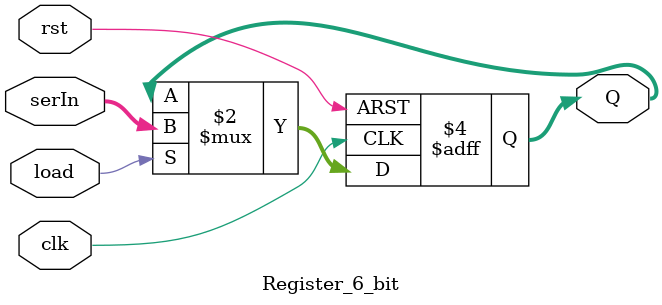
<source format=v>
`timescale 1ns/1ns
module Register_6_bit(input clk , rst , load, input [5:0] serIn , output reg [5:0] Q);
  always @ (posedge clk , posedge rst) begin
    if(rst) Q <= 6'b0;
    else
      if(load) Q <= serIn;
  end
endmodule

</source>
